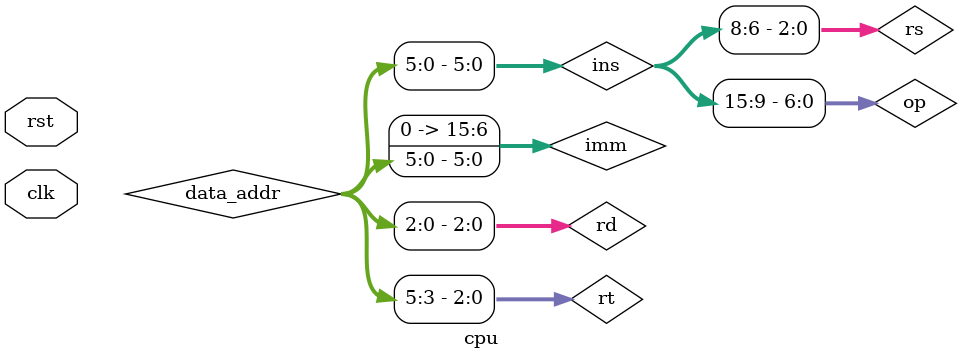
<source format=v>
module cpu(
    input wire clk, rst
);
    wire [6:0] op; 
    wire [2:0] rs, rt, rd;
    wire [5:0] data_addr;
    wire rg_wr, dataMem_wr, RegOut, immCalc;
    wire [1:0] M2Reg;
    wire [2:0] alu_op, regWrite;
    wire [7:0] addr;
    wire [15:0] z;
    wire [15:0] ins, r1, r2, dataOut, dataWrite, imm;

    pc pc(
        .clk(clk), .rst(rst), .pc(addr)
    );
    
    insmemory insmemory(
        .Addr(addr), .Ins(ins)
    );
    assign op = ins[15:9];
    assign rs = ins[8:6];
    assign rt = ins[5:3];
    assign rd = ins[2:0];
    assign data_addr = ins[5:0];
    assign imm = {10'b0000000000, ins[5:0]};
    
    registerfile registerfile(
        .clk(clk), .rg_wr(rg_wr), 
        .read_reg1(rs), .read_reg2(rt), 
        .write_reg(regWrite), .write_data(dataWrite), 
        .data_out1(r1), .data_out2(r2)
    );

    cu cu(
        .ins_op(op),
        .alu_op(alu_op),
        .rg_wr(rg_wr), .dataMem_wr(dataMem_wr), 
        .RegOut(RegOut), .M2Reg(M2Reg), .immCalc(immCalc)
    );

    datamemory datamemory(
        .clk(clk), .dataMem_wr(dataMem_wr),
        .addr(data_addr),
        .data_in(dataWrite), .data_out(dataOut)
    );

    alu alu(
        .in1(r1), .in2(r2), .imm(imm),
        .immCalc(immCalc),
        .alu_op(alu_op),
        .Z(z)
    );

    Multiplexer3 mul3(
        .control(RegOut), 
        .in0(rd), .in1(rs),  
        .out(regWrite)
    );
    
    Multiplexer16 mul16(
        .control(M2Reg), 
        .in0(z), .in1(dataOut), .in2(r1),  
        .out(dataWrite)
    );
endmodule
</source>
